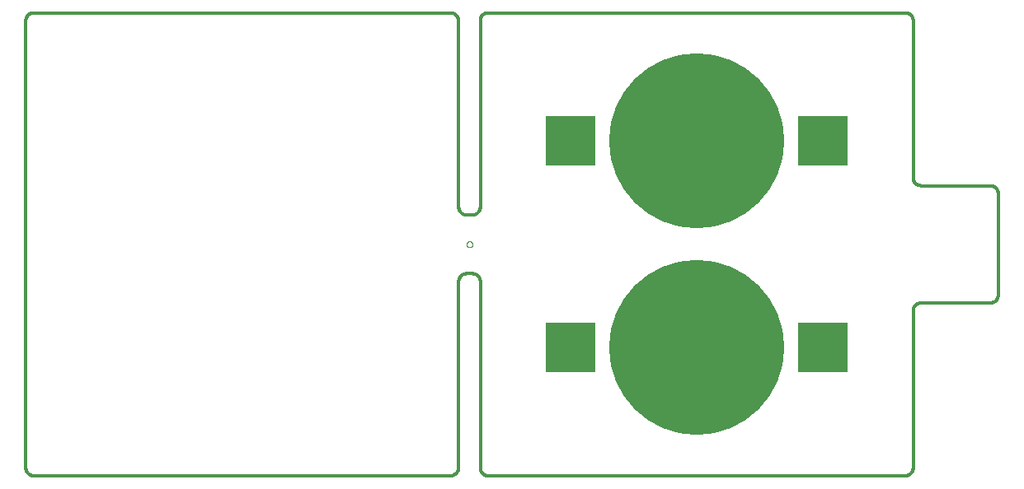
<source format=gbp>
G75*
%MOIN*%
%OFA0B0*%
%FSLAX25Y25*%
%IPPOS*%
%LPD*%
%AMOC8*
5,1,8,0,0,1.08239X$1,22.5*
%
%ADD10C,0.01200*%
%ADD11C,0.00000*%
%ADD12C,0.70866*%
%ADD13R,0.20000X0.20000*%
D10*
X0004800Y0001600D02*
X0173400Y0001600D01*
X0173399Y0001601D02*
X0173517Y0001613D01*
X0173633Y0001630D01*
X0173749Y0001650D01*
X0173865Y0001674D01*
X0173979Y0001702D01*
X0174093Y0001733D01*
X0174205Y0001769D01*
X0174316Y0001808D01*
X0174426Y0001851D01*
X0174534Y0001898D01*
X0174641Y0001948D01*
X0174746Y0002002D01*
X0174849Y0002059D01*
X0174950Y0002119D01*
X0175049Y0002183D01*
X0175146Y0002250D01*
X0175240Y0002321D01*
X0175332Y0002394D01*
X0175422Y0002471D01*
X0175509Y0002550D01*
X0175593Y0002633D01*
X0175675Y0002718D01*
X0175753Y0002806D01*
X0175829Y0002896D01*
X0175901Y0002989D01*
X0175971Y0003084D01*
X0176037Y0003182D01*
X0176100Y0003281D01*
X0176159Y0003383D01*
X0176215Y0003487D01*
X0176268Y0003592D01*
X0176317Y0003699D01*
X0176363Y0003808D01*
X0176404Y0003918D01*
X0176442Y0004030D01*
X0176477Y0004142D01*
X0176507Y0004256D01*
X0176534Y0004371D01*
X0176557Y0004486D01*
X0176576Y0004603D01*
X0176591Y0004720D01*
X0176602Y0004837D01*
X0176609Y0004955D01*
X0176613Y0005072D01*
X0176612Y0005190D01*
X0176608Y0005308D01*
X0176599Y0005425D01*
X0176600Y0005425D02*
X0176600Y0080275D01*
X0176602Y0080387D01*
X0176608Y0080498D01*
X0176618Y0080609D01*
X0176631Y0080720D01*
X0176649Y0080831D01*
X0176670Y0080940D01*
X0176695Y0081049D01*
X0176724Y0081157D01*
X0176757Y0081264D01*
X0176793Y0081369D01*
X0176833Y0081474D01*
X0176877Y0081577D01*
X0176924Y0081678D01*
X0176975Y0081777D01*
X0177029Y0081875D01*
X0177086Y0081971D01*
X0177147Y0082064D01*
X0177211Y0082156D01*
X0177278Y0082245D01*
X0177349Y0082332D01*
X0177422Y0082416D01*
X0177498Y0082498D01*
X0177577Y0082577D01*
X0177659Y0082653D01*
X0177743Y0082726D01*
X0177830Y0082797D01*
X0177919Y0082864D01*
X0178011Y0082928D01*
X0178104Y0082989D01*
X0178200Y0083046D01*
X0178298Y0083100D01*
X0178397Y0083151D01*
X0178498Y0083198D01*
X0178601Y0083242D01*
X0178706Y0083282D01*
X0178811Y0083318D01*
X0178918Y0083351D01*
X0179026Y0083380D01*
X0179135Y0083405D01*
X0179244Y0083426D01*
X0179355Y0083444D01*
X0179466Y0083457D01*
X0179577Y0083467D01*
X0179688Y0083473D01*
X0179800Y0083475D01*
X0182150Y0083475D01*
X0179800Y0083475D02*
X0179725Y0083475D01*
X0182150Y0083475D02*
X0182262Y0083473D01*
X0182373Y0083467D01*
X0182484Y0083457D01*
X0182595Y0083444D01*
X0182706Y0083426D01*
X0182815Y0083405D01*
X0182924Y0083380D01*
X0183032Y0083351D01*
X0183139Y0083318D01*
X0183244Y0083282D01*
X0183349Y0083242D01*
X0183452Y0083198D01*
X0183553Y0083151D01*
X0183652Y0083100D01*
X0183750Y0083046D01*
X0183846Y0082989D01*
X0183939Y0082928D01*
X0184031Y0082864D01*
X0184120Y0082797D01*
X0184207Y0082726D01*
X0184291Y0082653D01*
X0184373Y0082577D01*
X0184452Y0082498D01*
X0184528Y0082416D01*
X0184601Y0082332D01*
X0184672Y0082245D01*
X0184739Y0082156D01*
X0184803Y0082064D01*
X0184864Y0081971D01*
X0184921Y0081875D01*
X0184975Y0081777D01*
X0185026Y0081678D01*
X0185073Y0081577D01*
X0185117Y0081474D01*
X0185157Y0081369D01*
X0185193Y0081264D01*
X0185226Y0081157D01*
X0185255Y0081049D01*
X0185280Y0080940D01*
X0185301Y0080831D01*
X0185319Y0080720D01*
X0185332Y0080609D01*
X0185342Y0080498D01*
X0185348Y0080387D01*
X0185350Y0080275D01*
X0185350Y0004800D01*
X0185352Y0004688D01*
X0185358Y0004577D01*
X0185368Y0004466D01*
X0185381Y0004355D01*
X0185399Y0004244D01*
X0185420Y0004135D01*
X0185445Y0004026D01*
X0185474Y0003918D01*
X0185507Y0003811D01*
X0185543Y0003706D01*
X0185583Y0003601D01*
X0185627Y0003498D01*
X0185674Y0003397D01*
X0185725Y0003298D01*
X0185779Y0003200D01*
X0185836Y0003104D01*
X0185897Y0003011D01*
X0185961Y0002919D01*
X0186028Y0002830D01*
X0186099Y0002743D01*
X0186172Y0002659D01*
X0186248Y0002577D01*
X0186327Y0002498D01*
X0186409Y0002422D01*
X0186493Y0002349D01*
X0186580Y0002278D01*
X0186669Y0002211D01*
X0186761Y0002147D01*
X0186854Y0002086D01*
X0186950Y0002029D01*
X0187048Y0001975D01*
X0187147Y0001924D01*
X0187248Y0001877D01*
X0187351Y0001833D01*
X0187456Y0001793D01*
X0187561Y0001757D01*
X0187668Y0001724D01*
X0187776Y0001695D01*
X0187885Y0001670D01*
X0187994Y0001649D01*
X0188105Y0001631D01*
X0188216Y0001618D01*
X0188327Y0001608D01*
X0188438Y0001602D01*
X0188550Y0001600D01*
X0357150Y0001600D01*
X0357262Y0001602D01*
X0357373Y0001608D01*
X0357484Y0001618D01*
X0357595Y0001631D01*
X0357706Y0001649D01*
X0357815Y0001670D01*
X0357924Y0001695D01*
X0358032Y0001724D01*
X0358139Y0001757D01*
X0358244Y0001793D01*
X0358349Y0001833D01*
X0358452Y0001877D01*
X0358553Y0001924D01*
X0358652Y0001975D01*
X0358750Y0002029D01*
X0358846Y0002086D01*
X0358939Y0002147D01*
X0359031Y0002211D01*
X0359120Y0002278D01*
X0359207Y0002349D01*
X0359291Y0002422D01*
X0359373Y0002498D01*
X0359452Y0002577D01*
X0359528Y0002659D01*
X0359601Y0002743D01*
X0359672Y0002830D01*
X0359739Y0002919D01*
X0359803Y0003011D01*
X0359864Y0003104D01*
X0359921Y0003200D01*
X0359975Y0003298D01*
X0360026Y0003397D01*
X0360073Y0003498D01*
X0360117Y0003601D01*
X0360157Y0003706D01*
X0360193Y0003811D01*
X0360226Y0003918D01*
X0360255Y0004026D01*
X0360280Y0004135D01*
X0360301Y0004244D01*
X0360319Y0004355D01*
X0360332Y0004466D01*
X0360342Y0004577D01*
X0360348Y0004688D01*
X0360350Y0004800D01*
X0360350Y0068400D01*
X0360352Y0068512D01*
X0360358Y0068623D01*
X0360368Y0068734D01*
X0360381Y0068845D01*
X0360399Y0068956D01*
X0360420Y0069065D01*
X0360445Y0069174D01*
X0360474Y0069282D01*
X0360507Y0069389D01*
X0360543Y0069494D01*
X0360583Y0069599D01*
X0360627Y0069702D01*
X0360674Y0069803D01*
X0360725Y0069902D01*
X0360779Y0070000D01*
X0360836Y0070096D01*
X0360897Y0070189D01*
X0360961Y0070281D01*
X0361028Y0070370D01*
X0361099Y0070457D01*
X0361172Y0070541D01*
X0361248Y0070623D01*
X0361327Y0070702D01*
X0361409Y0070778D01*
X0361493Y0070851D01*
X0361580Y0070922D01*
X0361669Y0070989D01*
X0361761Y0071053D01*
X0361854Y0071114D01*
X0361950Y0071171D01*
X0362048Y0071225D01*
X0362147Y0071276D01*
X0362248Y0071323D01*
X0362351Y0071367D01*
X0362456Y0071407D01*
X0362561Y0071443D01*
X0362668Y0071476D01*
X0362776Y0071505D01*
X0362885Y0071530D01*
X0362994Y0071551D01*
X0363105Y0071569D01*
X0363216Y0071582D01*
X0363327Y0071592D01*
X0363438Y0071598D01*
X0363550Y0071600D01*
X0391525Y0071600D01*
X0391637Y0071602D01*
X0391748Y0071608D01*
X0391859Y0071618D01*
X0391970Y0071631D01*
X0392081Y0071649D01*
X0392190Y0071670D01*
X0392299Y0071695D01*
X0392407Y0071724D01*
X0392514Y0071757D01*
X0392619Y0071793D01*
X0392724Y0071833D01*
X0392827Y0071877D01*
X0392928Y0071924D01*
X0393027Y0071975D01*
X0393125Y0072029D01*
X0393221Y0072086D01*
X0393314Y0072147D01*
X0393406Y0072211D01*
X0393495Y0072278D01*
X0393582Y0072349D01*
X0393666Y0072422D01*
X0393748Y0072498D01*
X0393827Y0072577D01*
X0393903Y0072659D01*
X0393976Y0072743D01*
X0394047Y0072830D01*
X0394114Y0072919D01*
X0394178Y0073011D01*
X0394239Y0073104D01*
X0394296Y0073200D01*
X0394350Y0073298D01*
X0394401Y0073397D01*
X0394448Y0073498D01*
X0394492Y0073601D01*
X0394532Y0073706D01*
X0394568Y0073811D01*
X0394601Y0073918D01*
X0394630Y0074026D01*
X0394655Y0074135D01*
X0394676Y0074244D01*
X0394694Y0074355D01*
X0394707Y0074466D01*
X0394717Y0074577D01*
X0394723Y0074688D01*
X0394725Y0074800D01*
X0394725Y0115900D01*
X0394723Y0116012D01*
X0394717Y0116123D01*
X0394707Y0116234D01*
X0394694Y0116345D01*
X0394676Y0116456D01*
X0394655Y0116565D01*
X0394630Y0116674D01*
X0394601Y0116782D01*
X0394568Y0116889D01*
X0394532Y0116994D01*
X0394492Y0117099D01*
X0394448Y0117202D01*
X0394401Y0117303D01*
X0394350Y0117402D01*
X0394296Y0117500D01*
X0394239Y0117596D01*
X0394178Y0117689D01*
X0394114Y0117781D01*
X0394047Y0117870D01*
X0393976Y0117957D01*
X0393903Y0118041D01*
X0393827Y0118123D01*
X0393748Y0118202D01*
X0393666Y0118278D01*
X0393582Y0118351D01*
X0393495Y0118422D01*
X0393406Y0118489D01*
X0393314Y0118553D01*
X0393221Y0118614D01*
X0393125Y0118671D01*
X0393027Y0118725D01*
X0392928Y0118776D01*
X0392827Y0118823D01*
X0392724Y0118867D01*
X0392619Y0118907D01*
X0392514Y0118943D01*
X0392407Y0118976D01*
X0392299Y0119005D01*
X0392190Y0119030D01*
X0392081Y0119051D01*
X0391970Y0119069D01*
X0391859Y0119082D01*
X0391748Y0119092D01*
X0391637Y0119098D01*
X0391525Y0119100D01*
X0363550Y0119100D01*
X0363438Y0119102D01*
X0363327Y0119108D01*
X0363216Y0119118D01*
X0363105Y0119131D01*
X0362994Y0119149D01*
X0362885Y0119170D01*
X0362776Y0119195D01*
X0362668Y0119224D01*
X0362561Y0119257D01*
X0362456Y0119293D01*
X0362351Y0119333D01*
X0362248Y0119377D01*
X0362147Y0119424D01*
X0362048Y0119475D01*
X0361950Y0119529D01*
X0361854Y0119586D01*
X0361761Y0119647D01*
X0361669Y0119711D01*
X0361580Y0119778D01*
X0361493Y0119849D01*
X0361409Y0119922D01*
X0361327Y0119998D01*
X0361248Y0120077D01*
X0361172Y0120159D01*
X0361099Y0120243D01*
X0361028Y0120330D01*
X0360961Y0120419D01*
X0360897Y0120511D01*
X0360836Y0120604D01*
X0360779Y0120700D01*
X0360725Y0120798D01*
X0360674Y0120897D01*
X0360627Y0120998D01*
X0360583Y0121101D01*
X0360543Y0121206D01*
X0360507Y0121311D01*
X0360474Y0121418D01*
X0360445Y0121526D01*
X0360420Y0121635D01*
X0360399Y0121744D01*
X0360381Y0121855D01*
X0360368Y0121966D01*
X0360358Y0122077D01*
X0360352Y0122188D01*
X0360350Y0122300D01*
X0360350Y0185900D01*
X0360348Y0186012D01*
X0360342Y0186123D01*
X0360332Y0186234D01*
X0360319Y0186345D01*
X0360301Y0186456D01*
X0360280Y0186565D01*
X0360255Y0186674D01*
X0360226Y0186782D01*
X0360193Y0186889D01*
X0360157Y0186994D01*
X0360117Y0187099D01*
X0360073Y0187202D01*
X0360026Y0187303D01*
X0359975Y0187402D01*
X0359921Y0187500D01*
X0359864Y0187596D01*
X0359803Y0187689D01*
X0359739Y0187781D01*
X0359672Y0187870D01*
X0359601Y0187957D01*
X0359528Y0188041D01*
X0359452Y0188123D01*
X0359373Y0188202D01*
X0359291Y0188278D01*
X0359207Y0188351D01*
X0359120Y0188422D01*
X0359031Y0188489D01*
X0358939Y0188553D01*
X0358846Y0188614D01*
X0358750Y0188671D01*
X0358652Y0188725D01*
X0358553Y0188776D01*
X0358452Y0188823D01*
X0358349Y0188867D01*
X0358244Y0188907D01*
X0358139Y0188943D01*
X0358032Y0188976D01*
X0357924Y0189005D01*
X0357815Y0189030D01*
X0357706Y0189051D01*
X0357595Y0189069D01*
X0357484Y0189082D01*
X0357373Y0189092D01*
X0357262Y0189098D01*
X0357150Y0189100D01*
X0188550Y0189100D01*
X0188438Y0189098D01*
X0188327Y0189092D01*
X0188216Y0189082D01*
X0188105Y0189069D01*
X0187994Y0189051D01*
X0187885Y0189030D01*
X0187776Y0189005D01*
X0187668Y0188976D01*
X0187561Y0188943D01*
X0187456Y0188907D01*
X0187351Y0188867D01*
X0187248Y0188823D01*
X0187147Y0188776D01*
X0187048Y0188725D01*
X0186950Y0188671D01*
X0186854Y0188614D01*
X0186761Y0188553D01*
X0186669Y0188489D01*
X0186580Y0188422D01*
X0186493Y0188351D01*
X0186409Y0188278D01*
X0186327Y0188202D01*
X0186248Y0188123D01*
X0186172Y0188041D01*
X0186099Y0187957D01*
X0186028Y0187870D01*
X0185961Y0187781D01*
X0185897Y0187689D01*
X0185836Y0187596D01*
X0185779Y0187500D01*
X0185725Y0187402D01*
X0185674Y0187303D01*
X0185627Y0187202D01*
X0185583Y0187099D01*
X0185543Y0186994D01*
X0185507Y0186889D01*
X0185474Y0186782D01*
X0185445Y0186674D01*
X0185420Y0186565D01*
X0185399Y0186456D01*
X0185381Y0186345D01*
X0185368Y0186234D01*
X0185358Y0186123D01*
X0185352Y0186012D01*
X0185350Y0185900D01*
X0185350Y0110425D01*
X0185348Y0110313D01*
X0185342Y0110202D01*
X0185332Y0110091D01*
X0185319Y0109980D01*
X0185301Y0109869D01*
X0185280Y0109760D01*
X0185255Y0109651D01*
X0185226Y0109543D01*
X0185193Y0109436D01*
X0185157Y0109331D01*
X0185117Y0109226D01*
X0185073Y0109123D01*
X0185026Y0109022D01*
X0184975Y0108923D01*
X0184921Y0108825D01*
X0184864Y0108729D01*
X0184803Y0108636D01*
X0184739Y0108544D01*
X0184672Y0108455D01*
X0184601Y0108368D01*
X0184528Y0108284D01*
X0184452Y0108202D01*
X0184373Y0108123D01*
X0184291Y0108047D01*
X0184207Y0107974D01*
X0184120Y0107903D01*
X0184031Y0107836D01*
X0183939Y0107772D01*
X0183846Y0107711D01*
X0183750Y0107654D01*
X0183652Y0107600D01*
X0183553Y0107549D01*
X0183452Y0107502D01*
X0183349Y0107458D01*
X0183244Y0107418D01*
X0183139Y0107382D01*
X0183032Y0107349D01*
X0182924Y0107320D01*
X0182815Y0107295D01*
X0182706Y0107274D01*
X0182595Y0107256D01*
X0182484Y0107243D01*
X0182373Y0107233D01*
X0182262Y0107227D01*
X0182150Y0107225D01*
X0179800Y0107225D01*
X0179688Y0107227D01*
X0179577Y0107233D01*
X0179466Y0107243D01*
X0179355Y0107256D01*
X0179244Y0107274D01*
X0179135Y0107295D01*
X0179026Y0107320D01*
X0178918Y0107349D01*
X0178811Y0107382D01*
X0178706Y0107418D01*
X0178601Y0107458D01*
X0178498Y0107502D01*
X0178397Y0107549D01*
X0178298Y0107600D01*
X0178200Y0107654D01*
X0178104Y0107711D01*
X0178011Y0107772D01*
X0177919Y0107836D01*
X0177830Y0107903D01*
X0177743Y0107974D01*
X0177659Y0108047D01*
X0177577Y0108123D01*
X0177498Y0108202D01*
X0177422Y0108284D01*
X0177349Y0108368D01*
X0177278Y0108455D01*
X0177211Y0108544D01*
X0177147Y0108636D01*
X0177086Y0108729D01*
X0177029Y0108825D01*
X0176975Y0108923D01*
X0176924Y0109022D01*
X0176877Y0109123D01*
X0176833Y0109226D01*
X0176793Y0109331D01*
X0176757Y0109436D01*
X0176724Y0109543D01*
X0176695Y0109651D01*
X0176670Y0109760D01*
X0176649Y0109869D01*
X0176631Y0109980D01*
X0176618Y0110091D01*
X0176608Y0110202D01*
X0176602Y0110313D01*
X0176600Y0110425D01*
X0176600Y0185275D01*
X0176599Y0185275D02*
X0176608Y0185392D01*
X0176612Y0185510D01*
X0176613Y0185628D01*
X0176609Y0185745D01*
X0176602Y0185863D01*
X0176591Y0185980D01*
X0176576Y0186097D01*
X0176557Y0186214D01*
X0176534Y0186329D01*
X0176507Y0186444D01*
X0176477Y0186558D01*
X0176442Y0186670D01*
X0176404Y0186782D01*
X0176363Y0186892D01*
X0176317Y0187001D01*
X0176268Y0187108D01*
X0176215Y0187213D01*
X0176159Y0187317D01*
X0176100Y0187419D01*
X0176037Y0187518D01*
X0175971Y0187616D01*
X0175901Y0187711D01*
X0175829Y0187804D01*
X0175753Y0187894D01*
X0175675Y0187982D01*
X0175593Y0188067D01*
X0175509Y0188150D01*
X0175422Y0188229D01*
X0175332Y0188306D01*
X0175240Y0188379D01*
X0175146Y0188450D01*
X0175049Y0188517D01*
X0174950Y0188581D01*
X0174849Y0188641D01*
X0174746Y0188698D01*
X0174641Y0188752D01*
X0174534Y0188802D01*
X0174426Y0188849D01*
X0174316Y0188892D01*
X0174205Y0188931D01*
X0174093Y0188967D01*
X0173979Y0188998D01*
X0173865Y0189026D01*
X0173749Y0189050D01*
X0173633Y0189070D01*
X0173517Y0189087D01*
X0173399Y0189099D01*
X0173400Y0189100D02*
X0009800Y0189100D01*
X0009725Y0189100D02*
X0004800Y0189100D01*
X0004688Y0189098D01*
X0004577Y0189092D01*
X0004466Y0189082D01*
X0004355Y0189069D01*
X0004244Y0189051D01*
X0004135Y0189030D01*
X0004026Y0189005D01*
X0003918Y0188976D01*
X0003811Y0188943D01*
X0003706Y0188907D01*
X0003601Y0188867D01*
X0003498Y0188823D01*
X0003397Y0188776D01*
X0003298Y0188725D01*
X0003200Y0188671D01*
X0003104Y0188614D01*
X0003011Y0188553D01*
X0002919Y0188489D01*
X0002830Y0188422D01*
X0002743Y0188351D01*
X0002659Y0188278D01*
X0002577Y0188202D01*
X0002498Y0188123D01*
X0002422Y0188041D01*
X0002349Y0187957D01*
X0002278Y0187870D01*
X0002211Y0187781D01*
X0002147Y0187689D01*
X0002086Y0187596D01*
X0002029Y0187500D01*
X0001975Y0187402D01*
X0001924Y0187303D01*
X0001877Y0187202D01*
X0001833Y0187099D01*
X0001793Y0186994D01*
X0001757Y0186889D01*
X0001724Y0186782D01*
X0001695Y0186674D01*
X0001670Y0186565D01*
X0001649Y0186456D01*
X0001631Y0186345D01*
X0001618Y0186234D01*
X0001608Y0186123D01*
X0001602Y0186012D01*
X0001600Y0185900D01*
X0001600Y0004800D01*
X0001602Y0004688D01*
X0001608Y0004577D01*
X0001618Y0004466D01*
X0001631Y0004355D01*
X0001649Y0004244D01*
X0001670Y0004135D01*
X0001695Y0004026D01*
X0001724Y0003918D01*
X0001757Y0003811D01*
X0001793Y0003706D01*
X0001833Y0003601D01*
X0001877Y0003498D01*
X0001924Y0003397D01*
X0001975Y0003298D01*
X0002029Y0003200D01*
X0002086Y0003104D01*
X0002147Y0003011D01*
X0002211Y0002919D01*
X0002278Y0002830D01*
X0002349Y0002743D01*
X0002422Y0002659D01*
X0002498Y0002577D01*
X0002577Y0002498D01*
X0002659Y0002422D01*
X0002743Y0002349D01*
X0002830Y0002278D01*
X0002919Y0002211D01*
X0003011Y0002147D01*
X0003104Y0002086D01*
X0003200Y0002029D01*
X0003298Y0001975D01*
X0003397Y0001924D01*
X0003498Y0001877D01*
X0003601Y0001833D01*
X0003706Y0001793D01*
X0003811Y0001757D01*
X0003918Y0001724D01*
X0004026Y0001695D01*
X0004135Y0001670D01*
X0004244Y0001649D01*
X0004355Y0001631D01*
X0004466Y0001618D01*
X0004577Y0001608D01*
X0004688Y0001602D01*
X0004800Y0001600D01*
D11*
X0179794Y0095350D02*
X0179796Y0095419D01*
X0179802Y0095487D01*
X0179812Y0095555D01*
X0179826Y0095622D01*
X0179844Y0095689D01*
X0179865Y0095754D01*
X0179891Y0095818D01*
X0179920Y0095880D01*
X0179952Y0095940D01*
X0179988Y0095999D01*
X0180028Y0096055D01*
X0180070Y0096109D01*
X0180116Y0096160D01*
X0180165Y0096209D01*
X0180216Y0096255D01*
X0180270Y0096297D01*
X0180326Y0096337D01*
X0180384Y0096373D01*
X0180445Y0096405D01*
X0180507Y0096434D01*
X0180571Y0096460D01*
X0180636Y0096481D01*
X0180703Y0096499D01*
X0180770Y0096513D01*
X0180838Y0096523D01*
X0180906Y0096529D01*
X0180975Y0096531D01*
X0181044Y0096529D01*
X0181112Y0096523D01*
X0181180Y0096513D01*
X0181247Y0096499D01*
X0181314Y0096481D01*
X0181379Y0096460D01*
X0181443Y0096434D01*
X0181505Y0096405D01*
X0181565Y0096373D01*
X0181624Y0096337D01*
X0181680Y0096297D01*
X0181734Y0096255D01*
X0181785Y0096209D01*
X0181834Y0096160D01*
X0181880Y0096109D01*
X0181922Y0096055D01*
X0181962Y0095999D01*
X0181998Y0095940D01*
X0182030Y0095880D01*
X0182059Y0095818D01*
X0182085Y0095754D01*
X0182106Y0095689D01*
X0182124Y0095622D01*
X0182138Y0095555D01*
X0182148Y0095487D01*
X0182154Y0095419D01*
X0182156Y0095350D01*
X0182154Y0095281D01*
X0182148Y0095213D01*
X0182138Y0095145D01*
X0182124Y0095078D01*
X0182106Y0095011D01*
X0182085Y0094946D01*
X0182059Y0094882D01*
X0182030Y0094820D01*
X0181998Y0094759D01*
X0181962Y0094701D01*
X0181922Y0094645D01*
X0181880Y0094591D01*
X0181834Y0094540D01*
X0181785Y0094491D01*
X0181734Y0094445D01*
X0181680Y0094403D01*
X0181624Y0094363D01*
X0181566Y0094327D01*
X0181505Y0094295D01*
X0181443Y0094266D01*
X0181379Y0094240D01*
X0181314Y0094219D01*
X0181247Y0094201D01*
X0181180Y0094187D01*
X0181112Y0094177D01*
X0181044Y0094171D01*
X0180975Y0094169D01*
X0180906Y0094171D01*
X0180838Y0094177D01*
X0180770Y0094187D01*
X0180703Y0094201D01*
X0180636Y0094219D01*
X0180571Y0094240D01*
X0180507Y0094266D01*
X0180445Y0094295D01*
X0180384Y0094327D01*
X0180326Y0094363D01*
X0180270Y0094403D01*
X0180216Y0094445D01*
X0180165Y0094491D01*
X0180116Y0094540D01*
X0180070Y0094591D01*
X0180028Y0094645D01*
X0179988Y0094701D01*
X0179952Y0094759D01*
X0179920Y0094820D01*
X0179891Y0094882D01*
X0179865Y0094946D01*
X0179844Y0095011D01*
X0179826Y0095078D01*
X0179812Y0095145D01*
X0179802Y0095213D01*
X0179796Y0095281D01*
X0179794Y0095350D01*
D12*
X0272800Y0053475D03*
X0272850Y0137225D03*
D13*
X0221850Y0137225D03*
X0323850Y0137225D03*
X0323800Y0053475D03*
X0221800Y0053475D03*
M02*

</source>
